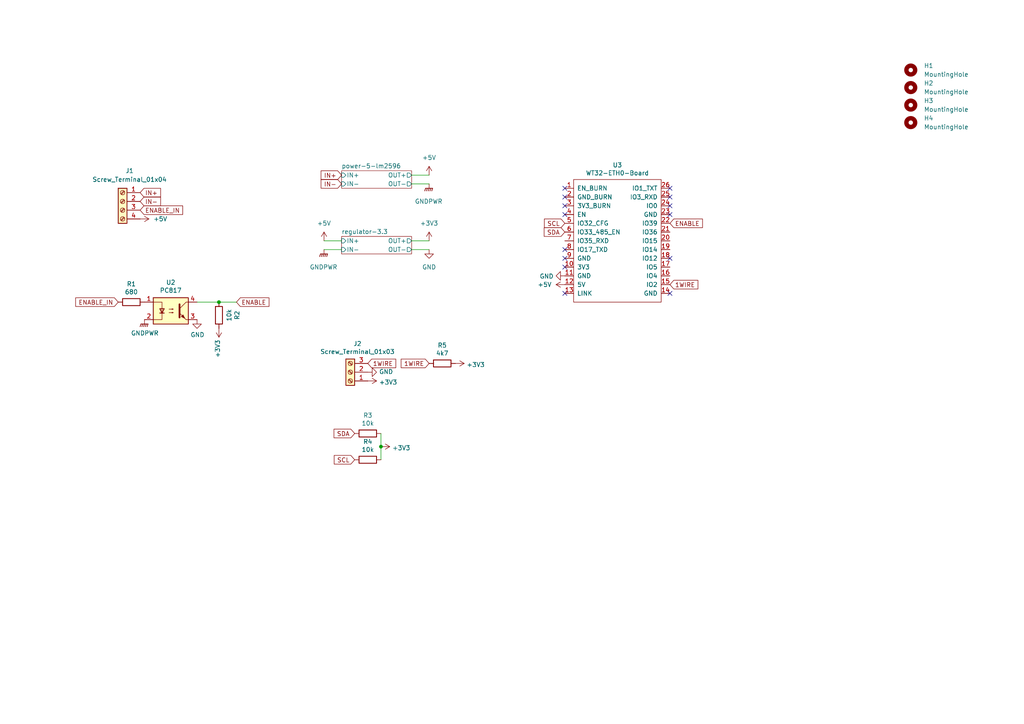
<source format=kicad_sch>
(kicad_sch (version 20210621) (generator eeschema)
  (paper "A4")
  (lib_symbols
    (symbol "Connector:Screw_Terminal_01x03" (pin_names (offset 1.016) hide)
      (property "Reference" "J" (at 0 5.08 0))
      (property "Value" "Screw_Terminal_01x03" (at 0 -5.08 0))
      (symbol "Screw_Terminal_01x03_1_1"
        (circle (center 0 -2.54) (radius 0.635) (stroke (width 0.1524)))
        (circle (center 0 0) (radius 0.635) (stroke (width 0.1524)))
        (circle (center 0 2.54) (radius 0.635) (stroke (width 0.1524)))
        (rectangle (start -1.27 3.81) (end 1.27 -3.81) (stroke (width 0.254)) (fill (type background)))
        (polyline (pts (xy -0.5334 -2.2098) (xy 0.3302 -3.048)) (stroke (width 0.1524)))
        (polyline (pts (xy -0.5334 0.3302) (xy 0.3302 -0.508)) (stroke (width 0.1524)))
        (polyline (pts (xy -0.5334 2.8702) (xy 0.3302 2.032)) (stroke (width 0.1524)))
        (polyline (pts (xy -0.3556 -2.032) (xy 0.508 -2.8702)) (stroke (width 0.1524)))
        (polyline (pts (xy -0.3556 0.508) (xy 0.508 -0.3302)) (stroke (width 0.1524)))
        (polyline (pts (xy -0.3556 3.048) (xy 0.508 2.2098)) (stroke (width 0.1524)))
        (pin passive line (at -5.08 2.54 0) (length 3.81) (name "Pin_1") (number "1"))
        (pin passive line (at -5.08 0 0) (length 3.81) (name "Pin_2") (number "2"))
        (pin passive line (at -5.08 -2.54 0) (length 3.81) (name "Pin_3") (number "3"))
      )
    )
    (symbol "Connector:Screw_Terminal_01x04" (pin_names (offset 1.016) hide)
      (property "Reference" "J" (at 0 5.08 0))
      (property "Value" "Screw_Terminal_01x04" (at 0 -7.62 0))
      (symbol "Screw_Terminal_01x04_1_1"
        (circle (center 0 -5.08) (radius 0.635) (stroke (width 0.1524)))
        (circle (center 0 -2.54) (radius 0.635) (stroke (width 0.1524)))
        (circle (center 0 0) (radius 0.635) (stroke (width 0.1524)))
        (circle (center 0 2.54) (radius 0.635) (stroke (width 0.1524)))
        (rectangle (start -1.27 3.81) (end 1.27 -6.35) (stroke (width 0.254)) (fill (type background)))
        (polyline (pts (xy -0.5334 -4.7498) (xy 0.3302 -5.588)) (stroke (width 0.1524)))
        (polyline (pts (xy -0.5334 -2.2098) (xy 0.3302 -3.048)) (stroke (width 0.1524)))
        (polyline (pts (xy -0.5334 0.3302) (xy 0.3302 -0.508)) (stroke (width 0.1524)))
        (polyline (pts (xy -0.5334 2.8702) (xy 0.3302 2.032)) (stroke (width 0.1524)))
        (polyline (pts (xy -0.3556 -4.572) (xy 0.508 -5.4102)) (stroke (width 0.1524)))
        (polyline (pts (xy -0.3556 -2.032) (xy 0.508 -2.8702)) (stroke (width 0.1524)))
        (polyline (pts (xy -0.3556 0.508) (xy 0.508 -0.3302)) (stroke (width 0.1524)))
        (polyline (pts (xy -0.3556 3.048) (xy 0.508 2.2098)) (stroke (width 0.1524)))
        (pin passive line (at -5.08 2.54 0) (length 3.81) (name "Pin_1") (number "1"))
        (pin passive line (at -5.08 0 0) (length 3.81) (name "Pin_2") (number "2"))
        (pin passive line (at -5.08 -2.54 0) (length 3.81) (name "Pin_3") (number "3"))
        (pin passive line (at -5.08 -5.08 0) (length 3.81) (name "Pin_4") (number "4"))
      )
    )
    (symbol "Device:R" (pin_numbers hide) (pin_names (offset 0))
      (property "Reference" "R" (at 2.032 0 90))
      (property "Value" "R" (at 0 0 90))
      (symbol "R_0_1"
        (rectangle (start -1.016 -2.54) (end 1.016 2.54) (stroke (width 0.254)))
      )
      (symbol "R_1_1"
        (pin passive line (at 0 3.81 270) (length 1.27) (name "~") (number "1"))
        (pin passive line (at 0 -3.81 90) (length 1.27) (name "~") (number "2"))
      )
    )
    (symbol "Isolator:PC817" (pin_names (offset 1.016))
      (property "Reference" "U" (at -5.08 5.08 0))
      (property "Value" "PC817" (at 0 5.08 0))
      (symbol "PC817_0_1"
        (rectangle (start -5.08 3.81) (end 5.08 -3.81) (stroke (width 0.254)) (fill (type background)))
        (polyline (pts (xy -3.175 -0.635) (xy -1.905 -0.635)) (stroke (width 0.254)))
        (polyline (pts (xy 2.54 0.635) (xy 4.445 2.54)))
        (polyline (pts (xy 4.445 -2.54) (xy 5.08 -2.54)))
        (polyline (pts (xy 4.445 2.54) (xy 5.08 2.54)))
        (polyline (pts (xy -5.08 2.54) (xy -2.54 2.54) (xy -2.54 -0.635)))
        (polyline (pts (xy -2.54 -0.635) (xy -2.54 -2.54) (xy -5.08 -2.54)))
        (polyline (pts (xy 2.54 1.905) (xy 2.54 -1.905) (xy 2.54 -1.905)) (stroke (width 0.508)))
        (polyline (pts (xy -2.54 -0.635) (xy -3.175 0.635) (xy -1.905 0.635) (xy -2.54 -0.635)) (stroke (width 0.254)))
        (polyline (pts (xy -0.508 -0.508) (xy 0.762 -0.508) (xy 0.381 -0.635) (xy 0.381 -0.381) (xy 0.762 -0.508)))
        (polyline (pts (xy -0.508 0.508) (xy 0.762 0.508) (xy 0.381 0.381) (xy 0.381 0.635) (xy 0.762 0.508)))
        (polyline (pts (xy 4.445 -2.54) (xy 2.54 -0.635)) (fill (type outline)))
        (polyline (pts (xy 3.048 -1.651) (xy 3.556 -1.143) (xy 4.064 -2.159) (xy 3.048 -1.651) (xy 3.048 -1.651)) (fill (type outline)))
      )
      (symbol "PC817_1_1"
        (pin passive line (at -7.62 2.54 0) (length 2.54) (name "~") (number "1"))
        (pin passive line (at -7.62 -2.54 0) (length 2.54) (name "~") (number "2"))
        (pin passive line (at 7.62 -2.54 180) (length 2.54) (name "~") (number "3"))
        (pin passive line (at 7.62 2.54 180) (length 2.54) (name "~") (number "4"))
      )
    )
    (symbol "Mechanical:MountingHole" (pin_names (offset 1.016))
      (property "Reference" "H" (at 0 5.08 0))
      (property "Value" "MountingHole" (at 0 3.175 0))
      (symbol "MountingHole_0_1"
        (circle (center 0 0) (radius 1.27) (stroke (width 1.27)))
      )
    )
    (symbol "master-wt32-eth01-rescue:WT32-ETH0-Board-boards" (pin_names (offset 1.016))
      (property "Reference" "U" (at -11.43 19.05 0))
      (property "Value" "WT32-ETH0-Board-boards" (at 0 -19.05 0))
      (symbol "WT32-ETH0-Board-boards_0_1"
        (rectangle (start -12.7 17.78) (end 12.7 -17.78))
      )
      (symbol "WT32-ETH0-Board-boards_1_1"
        (pin input line (at -15.24 15.24 0) (length 2.54) (name "EN_BURN") (number "1"))
        (pin power_in line (at -15.24 -7.62 0) (length 2.54) (name "3V3") (number "10"))
        (pin power_in line (at -15.24 -10.16 0) (length 2.54) (name "GND") (number "11"))
        (pin power_in line (at -15.24 -12.7 0) (length 2.54) (name "5V") (number "12"))
        (pin bidirectional line (at -15.24 -15.24 0) (length 2.54) (name "LINK") (number "13"))
        (pin power_in line (at 15.24 -15.24 180) (length 2.54) (name "GND") (number "14"))
        (pin bidirectional line (at 15.24 -12.7 180) (length 2.54) (name "IO2") (number "15"))
        (pin bidirectional line (at 15.24 -10.16 180) (length 2.54) (name "IO4") (number "16"))
        (pin bidirectional line (at 15.24 -7.62 180) (length 2.54) (name "IO5") (number "17"))
        (pin bidirectional line (at 15.24 -5.08 180) (length 2.54) (name "IO12") (number "18"))
        (pin bidirectional line (at 15.24 -2.54 180) (length 2.54) (name "IO14") (number "19"))
        (pin power_in line (at -15.24 12.7 0) (length 2.54) (name "GND_BURN") (number "2"))
        (pin bidirectional line (at 15.24 0 180) (length 2.54) (name "IO15") (number "20"))
        (pin input line (at 15.24 2.54 180) (length 2.54) (name "IO36") (number "21"))
        (pin input line (at 15.24 5.08 180) (length 2.54) (name "IO39") (number "22"))
        (pin power_in line (at 15.24 7.62 180) (length 2.54) (name "GND") (number "23"))
        (pin bidirectional line (at 15.24 10.16 180) (length 2.54) (name "IO0") (number "24"))
        (pin bidirectional line (at 15.24 12.7 180) (length 2.54) (name "IO3_RXD") (number "25"))
        (pin bidirectional line (at 15.24 15.24 180) (length 2.54) (name "IO1_TXT") (number "26"))
        (pin power_in line (at -15.24 10.16 0) (length 2.54) (name "3V3_BURN") (number "3"))
        (pin input line (at -15.24 7.62 0) (length 2.54) (name "EN") (number "4"))
        (pin bidirectional line (at -15.24 5.08 0) (length 2.54) (name "IO32_CFG") (number "5"))
        (pin bidirectional line (at -15.24 2.54 0) (length 2.54) (name "IO33_485_EN") (number "6"))
        (pin input line (at -15.24 0 0) (length 2.54) (name "IO35_RXD") (number "7"))
        (pin bidirectional line (at -15.24 -2.54 0) (length 2.54) (name "IO17_TXD") (number "8"))
        (pin power_in line (at -15.24 -5.08 0) (length 2.54) (name "GND") (number "9"))
      )
    )
    (symbol "power:+3.3V" (power) (pin_names (offset 0))
      (property "Value" "+3.3V" (at 0 3.556 0))
      (symbol "+3.3V_0_1"
        (polyline (pts (xy -0.762 1.27) (xy 0 2.54)))
        (polyline (pts (xy 0 0) (xy 0 2.54)))
        (polyline (pts (xy 0 2.54) (xy 0.762 1.27)))
      )
      (symbol "+3.3V_1_1"
        (pin power_in line (at 0 0 90) (length 0) hide (name "+3V3") (number "1"))
      )
    )
    (symbol "power:+5V" (power) (pin_names (offset 0))
      (property "Value" "+5V" (at 0 3.556 0))
      (symbol "+5V_0_1"
        (polyline (pts (xy -0.762 1.27) (xy 0 2.54)))
        (polyline (pts (xy 0 0) (xy 0 2.54)))
        (polyline (pts (xy 0 2.54) (xy 0.762 1.27)))
      )
      (symbol "+5V_1_1"
        (pin power_in line (at 0 0 90) (length 0) hide (name "+5V") (number "1"))
      )
    )
    (symbol "power:GND" (power) (pin_names (offset 0))
      (property "Value" "GND" (at 0 -3.81 0))
      (symbol "GND_0_1"
        (polyline (pts (xy 0 0) (xy 0 -1.27) (xy 1.27 -1.27) (xy 0 -2.54) (xy -1.27 -1.27) (xy 0 -1.27)))
      )
      (symbol "GND_1_1"
        (pin power_in line (at 0 0 270) (length 0) hide (name "GND") (number "1"))
      )
    )
    (symbol "power:GNDPWR" (power) (pin_names (offset 0))
      (property "Value" "GNDPWR" (at 0 -3.302 0))
      (symbol "GNDPWR_0_1"
        (polyline (pts (xy 0 -1.27) (xy 0 0)))
        (polyline (pts (xy -1.016 -1.27) (xy -1.27 -2.032) (xy -1.27 -2.032)) (stroke (width 0.2032)))
        (polyline (pts (xy -0.508 -1.27) (xy -0.762 -2.032) (xy -0.762 -2.032)) (stroke (width 0.2032)))
        (polyline (pts (xy 0 -1.27) (xy -0.254 -2.032) (xy -0.254 -2.032)) (stroke (width 0.2032)))
        (polyline (pts (xy 0.508 -1.27) (xy 0.254 -2.032) (xy 0.254 -2.032)) (stroke (width 0.2032)))
        (polyline (pts (xy 1.016 -1.27) (xy -1.016 -1.27) (xy -1.016 -1.27)) (stroke (width 0.2032)))
        (polyline (pts (xy 1.016 -1.27) (xy 0.762 -2.032) (xy 0.762 -2.032) (xy 0.762 -2.032)) (stroke (width 0.2032)))
      )
      (symbol "GNDPWR_1_1"
        (pin power_in line (at 0 0 270) (length 0) hide (name "GNDPWR") (number "1"))
      )
    )
  )
  (junction (at 63.5 87.63) (diameter 0.9144))
  (junction (at 110.49 129.54) (diameter 0.9144))
  (no_connect (at 163.83 54.61))
  (no_connect (at 163.83 57.15))
  (no_connect (at 163.83 59.69))
  (no_connect (at 163.83 62.23))
  (no_connect (at 163.83 72.39))
  (no_connect (at 163.83 74.93))
  (no_connect (at 163.83 77.47))
  (no_connect (at 163.83 85.09))
  (no_connect (at 194.31 54.61))
  (no_connect (at 194.31 57.15))
  (no_connect (at 194.31 59.69))
  (no_connect (at 194.31 62.23))
  (no_connect (at 194.31 74.93))
  (no_connect (at 194.31 85.09))
  (wire (pts (xy 57.15 87.63) (xy 63.5 87.63)))
  (wire (pts (xy 63.5 87.63) (xy 68.58 87.63)))
  (wire (pts (xy 93.98 69.85) (xy 99.06 69.85)))
  (wire (pts (xy 93.98 72.39) (xy 99.06 72.39)))
  (wire (pts (xy 110.49 125.73) (xy 110.49 129.54)))
  (wire (pts (xy 110.49 129.54) (xy 110.49 133.35)))
  (wire (pts (xy 119.38 50.8) (xy 124.46 50.8)))
  (wire (pts (xy 119.38 53.34) (xy 124.46 53.34)))
  (wire (pts (xy 119.38 69.85) (xy 124.46 69.85)))
  (wire (pts (xy 119.38 72.39) (xy 124.46 72.39)))
  (global_label "ENABLE_IN" (shape input) (at 34.29 87.63 180) (property "Intersheet References" "${INTERSHEET_REFS}" (effects hide)))
  (global_label "IN+" (shape input) (at 40.64 55.88 0) (property "Intersheet References" "${INTERSHEET_REFS}" (effects hide)))
  (global_label "IN-" (shape input) (at 40.64 58.42 0) (property "Intersheet References" "${INTERSHEET_REFS}" (effects hide)))
  (global_label "ENABLE_IN" (shape input) (at 40.64 60.96 0) (property "Intersheet References" "${INTERSHEET_REFS}" (effects hide)))
  (global_label "ENABLE" (shape input) (at 68.58 87.63 0) (property "Intersheet References" "${INTERSHEET_REFS}" (effects hide)))
  (global_label "IN+" (shape input) (at 99.06 50.8 180) (property "Intersheet References" "${INTERSHEET_REFS}" (effects hide)))
  (global_label "IN-" (shape input) (at 99.06 53.34 180) (property "Intersheet References" "${INTERSHEET_REFS}" (effects hide)))
  (global_label "SDA" (shape input) (at 102.87 125.73 180) (property "Intersheet References" "${INTERSHEET_REFS}" (effects hide)))
  (global_label "SCL" (shape input) (at 102.87 133.35 180) (property "Intersheet References" "${INTERSHEET_REFS}" (effects hide)))
  (global_label "1WIRE" (shape input) (at 106.68 105.41 0) (property "Intersheet References" "${INTERSHEET_REFS}" (effects hide)))
  (global_label "1WIRE" (shape input) (at 124.46 105.41 180) (property "Intersheet References" "${INTERSHEET_REFS}" (effects hide)))
  (global_label "SCL" (shape input) (at 163.83 64.77 180) (property "Intersheet References" "${INTERSHEET_REFS}" (effects hide)))
  (global_label "SDA" (shape input) (at 163.83 67.31 180) (property "Intersheet References" "${INTERSHEET_REFS}" (effects hide)))
  (global_label "ENABLE" (shape input) (at 194.31 64.77 0) (property "Intersheet References" "${INTERSHEET_REFS}" (effects hide)))
  (global_label "1WIRE" (shape input) (at 194.31 82.55 0) (property "Intersheet References" "${INTERSHEET_REFS}" (effects hide)))
  (symbol (lib_id "power:+5V") (at 40.64 63.5 270) (unit 1)
    (property "Reference" "#PWR0105" (effects hide))
    (property "Value" "+5V" (at 44.45 63.4999 90) (effects (justify left)))
  )
  (symbol (lib_id "power:+3.3V") (at 63.5 95.25 180) (unit 1)
    (property "Reference" "#PWR0106" (effects hide))
    (property "Value" "+3.3V" (at 63.119 98.5012 90) (effects (justify left)))
  )
  (symbol (lib_id "power:+5V") (at 93.98 69.85 0) (unit 1)
    (property "Reference" "#PWR0109" (effects hide))
    (property "Value" "+5V" (at 93.98 64.77 0))
  )
  (symbol (lib_id "power:+3.3V") (at 106.68 110.49 270) (unit 1)
    (property "Reference" "#PWR0101" (effects hide))
    (property "Value" "+3.3V" (at 109.9312 110.871 90) (effects (justify left)))
  )
  (symbol (lib_id "power:+3.3V") (at 110.49 129.54 270) (unit 1)
    (property "Reference" "#PWR0103" (effects hide))
    (property "Value" "+3.3V" (at 113.7412 129.921 90) (effects (justify left)))
  )
  (symbol (lib_id "power:+5V") (at 124.46 50.8 0) (unit 1)
    (property "Reference" "#PWR0116" (effects hide))
    (property "Value" "+5V" (at 124.46 45.72 0))
  )
  (symbol (lib_id "power:+3.3V") (at 124.46 69.85 0) (unit 1)
    (property "Reference" "#PWR0110" (effects hide))
    (property "Value" "+3.3V" (at 124.46 64.77 0))
  )
  (symbol (lib_id "power:+3.3V") (at 132.08 105.41 270) (unit 1)
    (property "Reference" "#PWR0113" (effects hide))
    (property "Value" "+3.3V" (at 135.3312 105.791 90) (effects (justify left)))
  )
  (symbol (lib_id "power:+5V") (at 163.83 82.55 90) (unit 1)
    (property "Reference" "#PWR0114" (effects hide))
    (property "Value" "+5V" (at 160.02 82.5499 90) (effects (justify left)))
  )
  (symbol (lib_id "power:GNDPWR") (at 41.91 92.71 0) (unit 1)
    (property "Reference" "#PWR0112" (effects hide))
    (property "Value" "GNDPWR" (at 42.0116 96.6216 0))
  )
  (symbol (lib_id "power:GNDPWR") (at 93.98 72.39 0) (unit 1)
    (property "Reference" "#PWR0108" (effects hide))
    (property "Value" "GNDPWR" (at 93.853 77.47 0))
  )
  (symbol (lib_id "power:GNDPWR") (at 124.46 53.34 0) (unit 1)
    (property "Reference" "#PWR0104" (effects hide))
    (property "Value" "GNDPWR" (at 124.333 58.42 0))
  )
  (symbol (lib_id "power:GND") (at 57.15 92.71 0) (unit 1)
    (property "Reference" "#PWR0107" (effects hide))
    (property "Value" "GND" (at 57.277 97.1042 0))
  )
  (symbol (lib_id "power:GND") (at 106.68 107.95 90) (unit 1)
    (property "Reference" "#PWR0102" (effects hide))
    (property "Value" "GND" (at 109.9312 107.823 90) (effects (justify right)))
  )
  (symbol (lib_id "power:GND") (at 124.46 72.39 0) (unit 1)
    (property "Reference" "#PWR0111" (effects hide))
    (property "Value" "GND" (at 124.46 77.47 0))
  )
  (symbol (lib_id "power:GND") (at 163.83 80.01 270) (unit 1)
    (property "Reference" "#PWR0115" (effects hide))
    (property "Value" "GND" (at 160.5788 80.137 90) (effects (justify right)))
  )
  (symbol (lib_id "Mechanical:MountingHole") (at 264.16 20.32 0) (unit 1)
    (property "Reference" "H1" (at 267.97 19.0499 0) (effects (justify left)))
    (property "Value" "MountingHole" (at 267.97 21.5899 0) (effects (justify left)))
    (property "Footprint" "MountingHole:MountingHole_3.2mm_M3" (effects hide))
  )
  (symbol (lib_id "Mechanical:MountingHole") (at 264.16 25.4 0) (unit 1)
    (property "Reference" "H2" (at 267.97 24.1299 0) (effects (justify left)))
    (property "Value" "MountingHole" (at 267.97 26.6699 0) (effects (justify left)))
    (property "Footprint" "MountingHole:MountingHole_3.2mm_M3" (effects hide))
  )
  (symbol (lib_id "Mechanical:MountingHole") (at 264.16 30.48 0) (unit 1)
    (property "Reference" "H3" (at 267.97 29.2099 0) (effects (justify left)))
    (property "Value" "MountingHole" (at 267.97 31.7499 0) (effects (justify left)))
    (property "Footprint" "MountingHole:MountingHole_3.2mm_M3" (effects hide))
  )
  (symbol (lib_id "Mechanical:MountingHole") (at 264.16 35.56 0) (unit 1)
    (property "Reference" "H4" (at 267.97 34.2899 0) (effects (justify left)))
    (property "Value" "MountingHole" (at 267.97 36.8299 0) (effects (justify left)))
    (property "Footprint" "MountingHole:MountingHole_3.2mm_M3" (effects hide))
  )
  (symbol (lib_id "Device:R") (at 38.1 87.63 270) (unit 1)
    (property "Reference" "R1" (at 38.1 82.3722 90))
    (property "Value" "680" (at 38.1 84.6836 90))
    (property "Footprint" "Resistor_THT:R_Axial_DIN0207_L6.3mm_D2.5mm_P7.62mm_Horizontal" (effects hide))
  )
  (symbol (lib_id "Device:R") (at 63.5 91.44 180) (unit 1)
    (property "Reference" "R2" (at 68.7578 91.44 90))
    (property "Value" "10k" (at 66.4464 91.44 90))
    (property "Footprint" "Resistor_THT:R_Axial_DIN0207_L6.3mm_D2.5mm_P7.62mm_Horizontal" (effects hide))
  )
  (symbol (lib_id "Device:R") (at 106.68 125.73 270) (unit 1)
    (property "Reference" "R3" (at 106.68 120.4722 90))
    (property "Value" "10k" (at 106.68 122.7836 90))
    (property "Footprint" "Resistor_THT:R_Axial_DIN0207_L6.3mm_D2.5mm_P7.62mm_Horizontal" (effects hide))
    (property "Datasheet" "https://datasheet.lcsc.com/lcsc/1809301717_UNI-ROYAL-Uniroyal-Elec-0402WGF1002TCE_C25744.pdf" (effects hide))
    (property "LCSC" "C25744" (effects hide))
  )
  (symbol (lib_id "Device:R") (at 106.68 133.35 270) (unit 1)
    (property "Reference" "R4" (at 106.68 128.0922 90))
    (property "Value" "10k" (at 106.68 130.4036 90))
    (property "Footprint" "Resistor_THT:R_Axial_DIN0207_L6.3mm_D2.5mm_P7.62mm_Horizontal" (effects hide))
    (property "Datasheet" "https://datasheet.lcsc.com/lcsc/1809301717_UNI-ROYAL-Uniroyal-Elec-0402WGF1002TCE_C25744.pdf" (effects hide))
    (property "LCSC" "C25744" (effects hide))
  )
  (symbol (lib_id "Device:R") (at 128.27 105.41 270) (unit 1)
    (property "Reference" "R5" (at 128.27 100.1522 90))
    (property "Value" "4k7" (at 128.27 102.4636 90))
    (property "Footprint" "Resistor_THT:R_Axial_DIN0207_L6.3mm_D2.5mm_P7.62mm_Horizontal" (effects hide))
  )
  (symbol (lib_id "Connector:Screw_Terminal_01x03") (at 101.6 107.95 180) (unit 1)
    (property "Reference" "J2" (at 103.6828 99.695 0))
    (property "Value" "Screw_Terminal_01x03" (at 103.6828 102.0064 0))
    (property "Footprint" "TerminalBlock:TerminalBlock_bornier-3_P5.08mm" (effects hide))
  )
  (symbol (lib_id "Connector:Screw_Terminal_01x04") (at 35.56 58.42 0) (mirror y) (unit 1)
    (property "Reference" "J1" (at 37.592 49.53 0))
    (property "Value" "Screw_Terminal_01x04" (at 37.592 52.07 0))
    (property "Footprint" "TerminalBlock:TerminalBlock_bornier-4_P5.08mm" (effects hide))
  )
  (symbol (lib_id "Isolator:PC817") (at 49.53 90.17 0) (unit 1)
    (property "Reference" "U2" (at 49.53 81.915 0))
    (property "Value" "PC817" (at 49.53 84.2264 0))
    (property "Footprint" "Package_DIP:DIP-4_W7.62mm" (effects hide))
    (property "Datasheet" "http://www.soselectronic.cz/a_info/resource/d/pc817.pdf" (effects hide))
  )
  (symbol (lib_id "master-wt32-eth01-rescue:WT32-ETH0-Board-boards") (at 179.07 69.85 0) (unit 1)
    (property "Reference" "U3" (at 179.07 47.879 0))
    (property "Value" "WT32-ETH0-Board" (at 179.07 50.1904 0))
    (property "Footprint" "boards:WT32-ETH01-Board-Reversed" (effects hide))
  )
  (sheet (at 99.06 49.53) (size 20.32 5.08) (stroke (width 0.0006))
    (property "Sheet name" "power-5-lm2596" (at 99.06 48.8943 0) (effects (justify left bottom)))
    (property "Sheet file" "./include/power-lm2596.kicad_sch" (effects hide))
    (pin "IN+" input (at 99.06 50.8 180))
    (pin "IN-" input (at 99.06 53.34 180))
    (pin "OUT+" output (at 119.38 50.8 0))
    (pin "OUT-" output (at 119.38 53.34 0))
  )
  (sheet (at 99.06 68.58) (size 20.32 5.08) (stroke (width 0.0006))
    (property "Sheet name" "regulator-3.3" (at 99.06 67.9443 0) (effects (justify left bottom)))
    (property "Sheet file" "./include/regulator-3.3.kicad_sch" (effects hide))
    (pin "OUT+" output (at 119.38 69.85 0))
    (pin "OUT-" output (at 119.38 72.39 0))
    (pin "IN+" input (at 99.06 69.85 180))
    (pin "IN-" input (at 99.06 72.39 180))
  )
)
</source>
